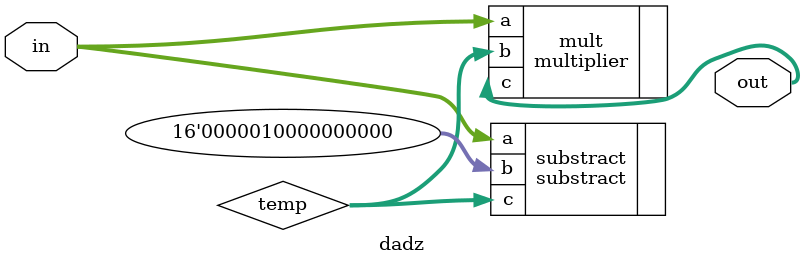
<source format=v>

module dadz (in, out);
parameter DWIDTH=16;							
parameter AWIDTH=10;								
parameter IWIDTH=64;
parameter HiddenNeuron=16;
parameter x=4;
parameter Layer=3;

input signed [DWIDTH-1:0] in;
output signed [DWIDTH-1:0] out;
wire signed [DWIDTH-1:0] temp;

substract substract(.a(in),.b(16'b0000010000000000),.c(temp));
multiplier mult(.a(in),.b(temp),.c(out));

endmodule
</source>
